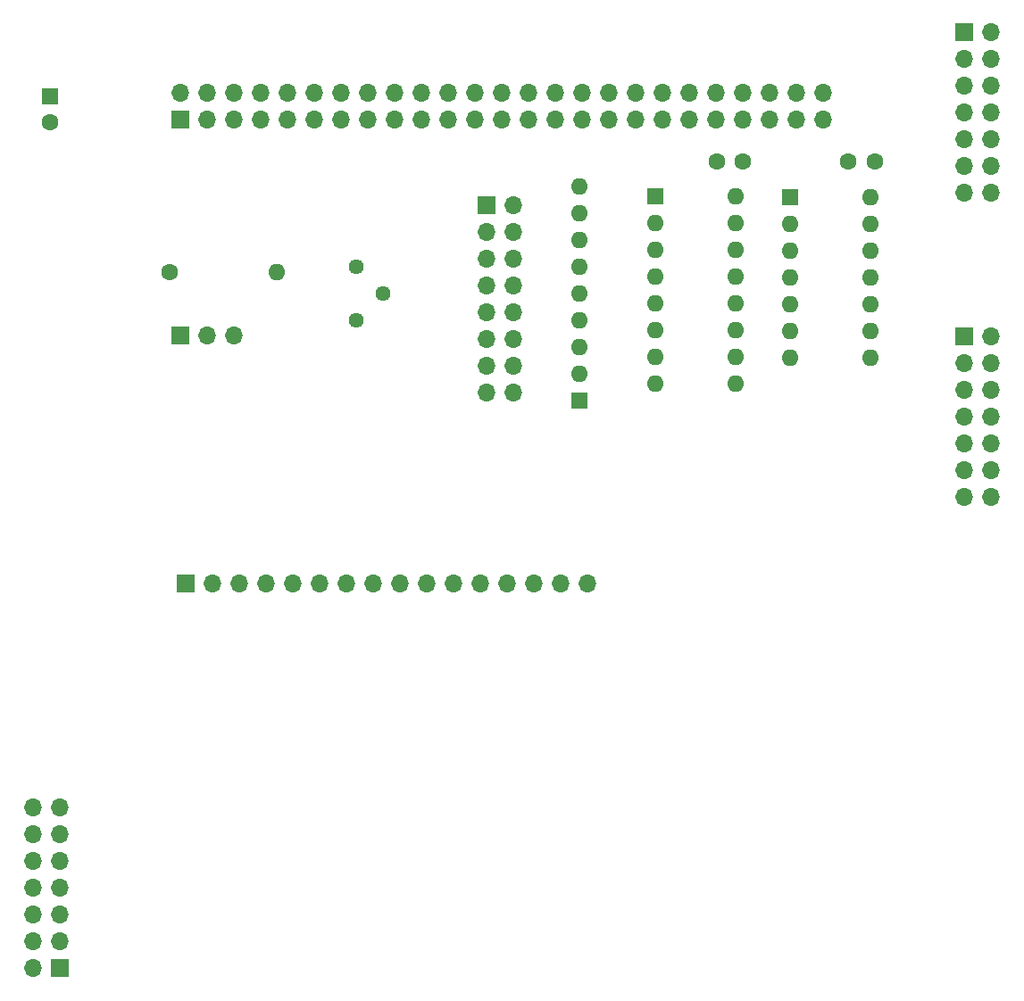
<source format=gts>
G04 #@! TF.GenerationSoftware,KiCad,Pcbnew,(7.0.0-0)*
G04 #@! TF.CreationDate,2023-03-22T18:35:00+09:00*
G04 #@! TF.ProjectId,PC8001-SC1602,50433830-3031-42d5-9343-313630322e6b,rev?*
G04 #@! TF.SameCoordinates,PX5f5e100PY8f0d180*
G04 #@! TF.FileFunction,Soldermask,Top*
G04 #@! TF.FilePolarity,Negative*
%FSLAX46Y46*%
G04 Gerber Fmt 4.6, Leading zero omitted, Abs format (unit mm)*
G04 Created by KiCad (PCBNEW (7.0.0-0)) date 2023-03-22 18:35:00*
%MOMM*%
%LPD*%
G01*
G04 APERTURE LIST*
%ADD10O,1.700000X1.700000*%
%ADD11R,1.700000X1.700000*%
%ADD12R,1.600000X1.600000*%
%ADD13O,1.600000X1.600000*%
%ADD14C,1.600000*%
%ADD15C,1.440000*%
G04 APERTURE END LIST*
D10*
X96249999Y51169999D03*
X93709999Y51169999D03*
X96249999Y53709999D03*
X93709999Y53709999D03*
X96249999Y56249999D03*
X93709999Y56249999D03*
X96249999Y58789999D03*
X93709999Y58789999D03*
X96249999Y61329999D03*
X93709999Y61329999D03*
X96249999Y63869999D03*
X93709999Y63869999D03*
X96249999Y66409999D03*
D11*
X93709999Y66409999D03*
D10*
X96249999Y80039999D03*
X93709999Y80039999D03*
X96249999Y82579999D03*
X93709999Y82579999D03*
X96249999Y85119999D03*
X93709999Y85119999D03*
X96249999Y87659999D03*
X93709999Y87659999D03*
X96249999Y90199999D03*
X93709999Y90199999D03*
X96249999Y92739999D03*
X93709999Y92739999D03*
X96249999Y95279999D03*
D11*
X93709999Y95279999D03*
D12*
X57249999Y60324999D03*
D13*
X57249999Y62864999D03*
X57249999Y65404999D03*
X57249999Y67944999D03*
X57249999Y70484999D03*
X57249999Y73024999D03*
X57249999Y75564999D03*
X57249999Y78104999D03*
X57249999Y80644999D03*
D11*
X19419999Y66499999D03*
D10*
X21959999Y66499999D03*
X24499999Y66499999D03*
D14*
X82750000Y83000000D03*
X85250000Y83000000D03*
D15*
X36075000Y67975000D03*
X38615000Y70515000D03*
X36075000Y73055000D03*
D14*
X18420000Y72500000D03*
D13*
X28579999Y72499999D03*
D14*
X70250000Y83000000D03*
X72750000Y83000000D03*
D12*
X6999999Y89205099D03*
D14*
X7000000Y86705100D03*
D11*
X48474999Y78874999D03*
D10*
X51014999Y78874999D03*
X48474999Y76334999D03*
X51014999Y76334999D03*
X48474999Y73794999D03*
X51014999Y73794999D03*
X48474999Y71254999D03*
X51014999Y71254999D03*
X48474999Y68714999D03*
X51014999Y68714999D03*
X48474999Y66174999D03*
X51014999Y66174999D03*
X48474999Y63634999D03*
X51014999Y63634999D03*
X48474999Y61094999D03*
X51014999Y61094999D03*
D12*
X64449999Y79699999D03*
D13*
X64449999Y77159999D03*
X64449999Y74619999D03*
X64449999Y72079999D03*
X64449999Y69539999D03*
X64449999Y66999999D03*
X64449999Y64459999D03*
X64449999Y61919999D03*
X72069999Y61919999D03*
X72069999Y64459999D03*
X72069999Y66999999D03*
X72069999Y69539999D03*
X72069999Y72079999D03*
X72069999Y74619999D03*
X72069999Y77159999D03*
X72069999Y79699999D03*
D11*
X19919999Y42999999D03*
D10*
X22459999Y42999999D03*
X24999999Y42999999D03*
X27539999Y42999999D03*
X30079999Y42999999D03*
X32619999Y42999999D03*
X35159999Y42999999D03*
X37699999Y42999999D03*
X40239999Y42999999D03*
X42779999Y42999999D03*
X45319999Y42999999D03*
X47859999Y42999999D03*
X50399999Y42999999D03*
X52939999Y42999999D03*
X55479999Y42999999D03*
X58019999Y42999999D03*
X80359999Y89499999D03*
X80359999Y86959999D03*
X77819999Y89499999D03*
X77819999Y86959999D03*
X75279999Y89499999D03*
X75279999Y86959999D03*
X72739999Y89499999D03*
X72739999Y86959999D03*
X70199999Y89499999D03*
X70199999Y86959999D03*
X67659999Y89499999D03*
X67659999Y86959999D03*
X65119999Y89499999D03*
X65119999Y86959999D03*
X62579999Y89499999D03*
X62579999Y86959999D03*
X60039999Y89499999D03*
X60039999Y86959999D03*
X57499999Y89499999D03*
X57499999Y86959999D03*
X54959999Y89499999D03*
X54959999Y86959999D03*
X52419999Y89499999D03*
X52419999Y86959999D03*
X49879999Y89499999D03*
X49879999Y86959999D03*
X47339999Y89499999D03*
X47339999Y86959999D03*
X44799999Y89499999D03*
X44799999Y86959999D03*
X42259999Y89499999D03*
X42259999Y86959999D03*
X39719999Y89499999D03*
X39719999Y86959999D03*
X37179999Y89499999D03*
X37179999Y86959999D03*
X34639999Y89499999D03*
X34639999Y86959999D03*
X32099999Y89499999D03*
X32099999Y86959999D03*
X29559999Y89499999D03*
X29559999Y86959999D03*
X27019999Y89499999D03*
X27019999Y86959999D03*
X24479999Y89499999D03*
X24479999Y86959999D03*
X21939999Y89499999D03*
X21939999Y86959999D03*
X19399999Y89499999D03*
D11*
X19399999Y86959999D03*
D12*
X77199999Y79624999D03*
D13*
X77199999Y77084999D03*
X77199999Y74544999D03*
X77199999Y72004999D03*
X77199999Y69464999D03*
X77199999Y66924999D03*
X77199999Y64384999D03*
X84819999Y64384999D03*
X84819999Y66924999D03*
X84819999Y69464999D03*
X84819999Y72004999D03*
X84819999Y74544999D03*
X84819999Y77084999D03*
X84819999Y79624999D03*
D11*
X7999999Y6459999D03*
D10*
X5459999Y6459999D03*
X7999999Y8999999D03*
X5459999Y8999999D03*
X7999999Y11539999D03*
X5459999Y11539999D03*
X7999999Y14079999D03*
X5459999Y14079999D03*
X7999999Y16619999D03*
X5459999Y16619999D03*
X7999999Y19159999D03*
X5459999Y19159999D03*
X7999999Y21699999D03*
X5459999Y21699999D03*
M02*

</source>
